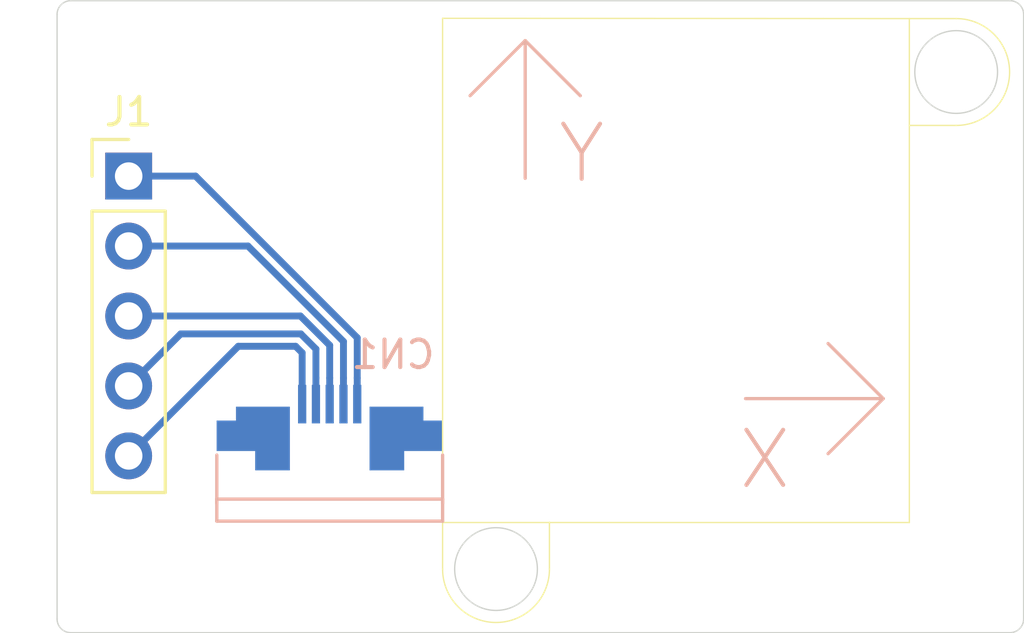
<source format=kicad_pcb>
(kicad_pcb (version 20171130) (host pcbnew "(5.1.2-1)-1")

  (general
    (thickness 1.6)
    (drawings 29)
    (tracks 21)
    (zones 0)
    (modules 2)
    (nets 6)
  )

  (page A4)
  (layers
    (0 F.Cu signal)
    (31 B.Cu signal)
    (32 B.Adhes user)
    (33 F.Adhes user)
    (34 B.Paste user)
    (35 F.Paste user)
    (36 B.SilkS user)
    (37 F.SilkS user)
    (38 B.Mask user)
    (39 F.Mask user)
    (40 Dwgs.User user)
    (41 Cmts.User user)
    (42 Eco1.User user)
    (43 Eco2.User user)
    (44 Edge.Cuts user)
    (45 Margin user)
    (46 B.CrtYd user)
    (47 F.CrtYd user)
    (48 B.Fab user)
    (49 F.Fab user)
  )

  (setup
    (last_trace_width 0.25)
    (trace_clearance 0.2)
    (zone_clearance 0.508)
    (zone_45_only no)
    (trace_min 0.2)
    (via_size 0.8)
    (via_drill 0.4)
    (via_min_size 0.4)
    (via_min_drill 0.3)
    (uvia_size 0.3)
    (uvia_drill 0.1)
    (uvias_allowed no)
    (uvia_min_size 0.2)
    (uvia_min_drill 0.1)
    (edge_width 0.05)
    (segment_width 0.2)
    (pcb_text_width 0.3)
    (pcb_text_size 1.5 1.5)
    (mod_edge_width 0.12)
    (mod_text_size 1 1)
    (mod_text_width 0.15)
    (pad_size 1.524 1.524)
    (pad_drill 0.762)
    (pad_to_mask_clearance 0.051)
    (solder_mask_min_width 0.25)
    (aux_axis_origin 0 0)
    (visible_elements FFFFFF7F)
    (pcbplotparams
      (layerselection 0x010fc_ffffffff)
      (usegerberextensions false)
      (usegerberattributes false)
      (usegerberadvancedattributes false)
      (creategerberjobfile false)
      (excludeedgelayer true)
      (linewidth 0.100000)
      (plotframeref false)
      (viasonmask false)
      (mode 1)
      (useauxorigin false)
      (hpglpennumber 1)
      (hpglpenspeed 20)
      (hpglpendiameter 15.000000)
      (psnegative false)
      (psa4output false)
      (plotreference true)
      (plotvalue true)
      (plotinvisibletext false)
      (padsonsilk false)
      (subtractmaskfromsilk false)
      (outputformat 1)
      (mirror false)
      (drillshape 1)
      (scaleselection 1)
      (outputdirectory ""))
  )

  (net 0 "")
  (net 1 "Net-(CN1-Pad1)")
  (net 2 "Net-(CN1-Pad2)")
  (net 3 "Net-(CN1-Pad5)")
  (net 4 "Net-(CN1-Pad4)")
  (net 5 "Net-(CN1-Pad3)")

  (net_class Default "This is the default net class."
    (clearance 0.2)
    (trace_width 0.25)
    (via_dia 0.8)
    (via_drill 0.4)
    (uvia_dia 0.3)
    (uvia_drill 0.1)
    (add_net "Net-(CN1-Pad1)")
    (add_net "Net-(CN1-Pad2)")
    (add_net "Net-(CN1-Pad3)")
    (add_net "Net-(CN1-Pad4)")
    (add_net "Net-(CN1-Pad5)")
  )

  (module plusone_connectors:CONN_FFC_FPC_TOP_5POS_050MM (layer B.Cu) (tedit 5F0A75B2) (tstamp 5F0AC686)
    (at 124.9 105.2 180)
    (path /5F09DFBA)
    (attr smd)
    (fp_text reference CN1 (at -2.3 4.3) (layer B.SilkS)
      (effects (font (size 1 1) (thickness 0.15)) (justify mirror))
    )
    (fp_text value CONN_5POS (at 0.1 -3.5) (layer B.SilkS) hide
      (effects (font (size 1 1) (thickness 0.15)) (justify mirror))
    )
    (fp_poly (pts (xy -3.4 2.4) (xy -3.4 1.9) (xy -4.1 1.9) (xy -4.1 0.8)
      (xy -2.7 0.8) (xy -2.7 0.1) (xy -1.45 0.1) (xy -1.45 2.4)) (layer B.Cu) (width 0.01))
    (fp_poly (pts (xy 3.4 2.4) (xy 3.4 1.9) (xy 4.1 1.9) (xy 4.1 0.8)
      (xy 2.7 0.8) (xy 2.7 0.1) (xy 1.45 0.1) (xy 1.45 2.4)) (layer B.Cu) (width 0.01))
    (fp_line (start -4.1 0.65) (end -4.1 -1.1) (layer B.SilkS) (width 0.12))
    (fp_line (start -4.1 -0.95) (end 4.1 -0.95) (layer B.SilkS) (width 0.12))
    (fp_line (start 4.1 -1.1) (end 4.1 0.65) (layer B.SilkS) (width 0.12))
    (fp_line (start -4.1 -0.95) (end -4.1 -1.75) (layer B.SilkS) (width 0.12))
    (fp_line (start -4.1 -1.75) (end 4.1 -1.75) (layer B.SilkS) (width 0.12))
    (fp_line (start 4.1 -1.75) (end 4.1 -0.95) (layer B.SilkS) (width 0.12))
    (pad 1 smd rect (at -1 2.5 180) (size 0.3 1.4) (layers B.Cu B.Paste B.Mask)
      (net 1 "Net-(CN1-Pad1)"))
    (pad 2 smd rect (at -0.5 2.5 180) (size 0.3 1.4) (layers B.Cu B.Paste B.Mask)
      (net 2 "Net-(CN1-Pad2)"))
    (pad 5 smd rect (at 1 2.5 180) (size 0.3 1.4) (layers B.Cu B.Paste B.Mask)
      (net 3 "Net-(CN1-Pad5)"))
    (pad 4 smd rect (at 0.5 2.5 180) (size 0.3 1.4) (layers B.Cu B.Paste B.Mask)
      (net 4 "Net-(CN1-Pad4)"))
    (pad 3 smd rect (at 0 2.5 180) (size 0.3 1.4) (layers B.Cu B.Paste B.Mask)
      (net 5 "Net-(CN1-Pad3)"))
  )

  (module Connector_PinHeader_2.54mm:PinHeader_1x05_P2.54mm_Vertical (layer F.Cu) (tedit 59FED5CC) (tstamp 5F0AC69F)
    (at 117.6 94.42)
    (descr "Through hole straight pin header, 1x05, 2.54mm pitch, single row")
    (tags "Through hole pin header THT 1x05 2.54mm single row")
    (path /5F098E8F)
    (fp_text reference J1 (at 0 -2.33) (layer F.SilkS)
      (effects (font (size 1 1) (thickness 0.15)))
    )
    (fp_text value Conn_01x05 (at 0 12.49) (layer F.Fab)
      (effects (font (size 1 1) (thickness 0.15)))
    )
    (fp_line (start -0.635 -1.27) (end 1.27 -1.27) (layer F.Fab) (width 0.1))
    (fp_line (start 1.27 -1.27) (end 1.27 11.43) (layer F.Fab) (width 0.1))
    (fp_line (start 1.27 11.43) (end -1.27 11.43) (layer F.Fab) (width 0.1))
    (fp_line (start -1.27 11.43) (end -1.27 -0.635) (layer F.Fab) (width 0.1))
    (fp_line (start -1.27 -0.635) (end -0.635 -1.27) (layer F.Fab) (width 0.1))
    (fp_line (start -1.33 11.49) (end 1.33 11.49) (layer F.SilkS) (width 0.12))
    (fp_line (start -1.33 1.27) (end -1.33 11.49) (layer F.SilkS) (width 0.12))
    (fp_line (start 1.33 1.27) (end 1.33 11.49) (layer F.SilkS) (width 0.12))
    (fp_line (start -1.33 1.27) (end 1.33 1.27) (layer F.SilkS) (width 0.12))
    (fp_line (start -1.33 0) (end -1.33 -1.33) (layer F.SilkS) (width 0.12))
    (fp_line (start -1.33 -1.33) (end 0 -1.33) (layer F.SilkS) (width 0.12))
    (fp_line (start -1.8 -1.8) (end -1.8 11.95) (layer F.CrtYd) (width 0.05))
    (fp_line (start -1.8 11.95) (end 1.8 11.95) (layer F.CrtYd) (width 0.05))
    (fp_line (start 1.8 11.95) (end 1.8 -1.8) (layer F.CrtYd) (width 0.05))
    (fp_line (start 1.8 -1.8) (end -1.8 -1.8) (layer F.CrtYd) (width 0.05))
    (fp_text user %R (at 2.824999 -1.875001 90) (layer F.Fab)
      (effects (font (size 1 1) (thickness 0.15)))
    )
    (pad 1 thru_hole rect (at 0 0) (size 1.7 1.7) (drill 1) (layers *.Cu *.Mask)
      (net 1 "Net-(CN1-Pad1)"))
    (pad 2 thru_hole oval (at 0 2.54) (size 1.7 1.7) (drill 1) (layers *.Cu *.Mask)
      (net 2 "Net-(CN1-Pad2)"))
    (pad 3 thru_hole oval (at 0 5.08) (size 1.7 1.7) (drill 1) (layers *.Cu *.Mask)
      (net 5 "Net-(CN1-Pad3)"))
    (pad 4 thru_hole oval (at 0 7.62) (size 1.7 1.7) (drill 1) (layers *.Cu *.Mask)
      (net 4 "Net-(CN1-Pad4)"))
    (pad 5 thru_hole oval (at 0 10.16) (size 1.7 1.7) (drill 1) (layers *.Cu *.Mask)
      (net 3 "Net-(CN1-Pad5)"))
    (model ${KISYS3DMOD}/Connector_PinHeader_2.54mm.3dshapes/PinHeader_1x05_P2.54mm_Vertical.wrl
      (at (xyz 0 0 0))
      (scale (xyz 1 1 1))
      (rotate (xyz 0 0 0))
    )
  )

  (gr_arc (start 115.5 88.55) (end 115.5 88.05) (angle -90) (layer Edge.Cuts) (width 0.05))
  (gr_arc (start 115.5 110.5) (end 115 110.5) (angle -90) (layer Edge.Cuts) (width 0.05))
  (gr_arc (start 149.6 110.5) (end 149.6 111) (angle -90) (layer Edge.Cuts) (width 0.05))
  (gr_arc (start 149.6 88.55) (end 150.1 88.55) (angle -90) (layer Edge.Cuts) (width 0.05))
  (gr_line (start 132.88 106.99) (end 132.88 108.69) (layer F.SilkS) (width 0.05) (tstamp 5F0B4D81))
  (gr_line (start 129 106.99) (end 129 108.69) (layer F.SilkS) (width 0.05) (tstamp 5F0B4D80))
  (gr_circle (center 130.94 108.69) (end 131.43 110.11) (layer Edge.Cuts) (width 0.05) (tstamp 5F0B4D7F))
  (gr_arc (start 130.94 108.69) (end 129 108.69) (angle -180) (layer F.SilkS) (width 0.05) (tstamp 5F0B4D7E))
  (gr_arc (start 147.65 90.64) (end 147.65 92.58) (angle -180) (layer F.SilkS) (width 0.05))
  (gr_line (start 145.95 88.7) (end 147.65 88.7) (layer F.SilkS) (width 0.05))
  (gr_line (start 145.95 92.58) (end 147.65 92.58) (layer F.SilkS) (width 0.05))
  (gr_line (start 145.95 88.7) (end 145.95 107) (layer F.SilkS) (width 0.05))
  (gr_line (start 129 88.69) (end 145.95 88.7) (layer F.SilkS) (width 0.05))
  (gr_circle (center 147.65 90.64) (end 149.07 90.15) (layer Edge.Cuts) (width 0.05))
  (gr_line (start 149.6 111) (end 146.5 111) (layer Edge.Cuts) (width 0.05) (tstamp 5F0B3543))
  (gr_line (start 150.1 88.55) (end 150.1 110.5) (layer Edge.Cuts) (width 0.05))
  (gr_line (start 115.5 111) (end 146.5 111) (layer Edge.Cuts) (width 0.05) (tstamp 5F0B34A7))
  (gr_line (start 115 110.5) (end 115 88.55) (layer Edge.Cuts) (width 0.05) (tstamp 5F0A8684))
  (gr_line (start 115.5 88.05) (end 149.6 88.05) (layer Edge.Cuts) (width 0.05) (tstamp 5F0A8633))
  (gr_text Y (at 134.05 93.6) (layer B.SilkS)
    (effects (font (size 2 2) (thickness 0.15)) (justify mirror))
  )
  (gr_text X (at 140.7 104.55 180) (layer B.SilkS)
    (effects (font (size 2 2) (thickness 0.15)) (justify mirror))
  )
  (gr_line (start 145 102.5) (end 143 104.5) (layer B.SilkS) (width 0.12))
  (gr_line (start 145 102.5) (end 143 100.5) (layer B.SilkS) (width 0.12))
  (gr_line (start 140 102.5) (end 145 102.5) (layer B.SilkS) (width 0.12))
  (gr_line (start 132 89.5) (end 130 91.5) (layer B.SilkS) (width 0.12))
  (gr_line (start 132 89.5) (end 134 91.5) (layer B.SilkS) (width 0.12))
  (gr_line (start 132 94.5) (end 132 89.5) (layer B.SilkS) (width 0.12))
  (gr_line (start 129 88.69) (end 129 107) (layer F.SilkS) (width 0.05) (tstamp 5F0A7D97))
  (gr_line (start 129 107) (end 145.95 107) (layer F.SilkS) (width 0.05))

  (segment (start 125.9 101.75) (end 125.9 102.7) (width 0.25) (layer B.Cu) (net 1))
  (segment (start 125.9 100.29077) (end 125.9 101.75) (width 0.25) (layer B.Cu) (net 1))
  (segment (start 120.02923 94.42) (end 125.9 100.29077) (width 0.25) (layer B.Cu) (net 1))
  (segment (start 117.6 94.42) (end 120.02923 94.42) (width 0.25) (layer B.Cu) (net 1))
  (segment (start 125.4 100.42718) (end 125.4 101.75) (width 0.25) (layer B.Cu) (net 2))
  (segment (start 121.93282 96.96) (end 125.4 100.42718) (width 0.25) (layer B.Cu) (net 2))
  (segment (start 125.4 101.75) (end 125.4 102.7) (width 0.25) (layer B.Cu) (net 2))
  (segment (start 117.6 96.96) (end 121.93282 96.96) (width 0.25) (layer B.Cu) (net 2))
  (segment (start 117.6 104.58) (end 121.58 100.6) (width 0.25) (layer B.Cu) (net 3))
  (segment (start 121.58 100.6) (end 123.66359 100.6) (width 0.25) (layer B.Cu) (net 3))
  (segment (start 123.9 100.83641) (end 123.9 102.7) (width 0.25) (layer B.Cu) (net 3))
  (segment (start 123.66359 100.6) (end 123.9 100.83641) (width 0.25) (layer B.Cu) (net 3))
  (segment (start 124.4 101.75) (end 124.4 102.7) (width 0.25) (layer B.Cu) (net 4))
  (segment (start 124.4 100.7) (end 124.4 101.75) (width 0.25) (layer B.Cu) (net 4))
  (segment (start 123.85 100.15) (end 124.4 100.7) (width 0.25) (layer B.Cu) (net 4))
  (segment (start 119.49 100.15) (end 123.85 100.15) (width 0.25) (layer B.Cu) (net 4))
  (segment (start 117.6 102.04) (end 119.49 100.15) (width 0.25) (layer B.Cu) (net 4))
  (segment (start 124.9 101.75) (end 124.9 102.7) (width 0.25) (layer B.Cu) (net 5))
  (segment (start 124.9 100.56359) (end 124.9 101.75) (width 0.25) (layer B.Cu) (net 5))
  (segment (start 123.83641 99.5) (end 124.9 100.56359) (width 0.25) (layer B.Cu) (net 5))
  (segment (start 117.6 99.5) (end 123.83641 99.5) (width 0.25) (layer B.Cu) (net 5))

)

</source>
